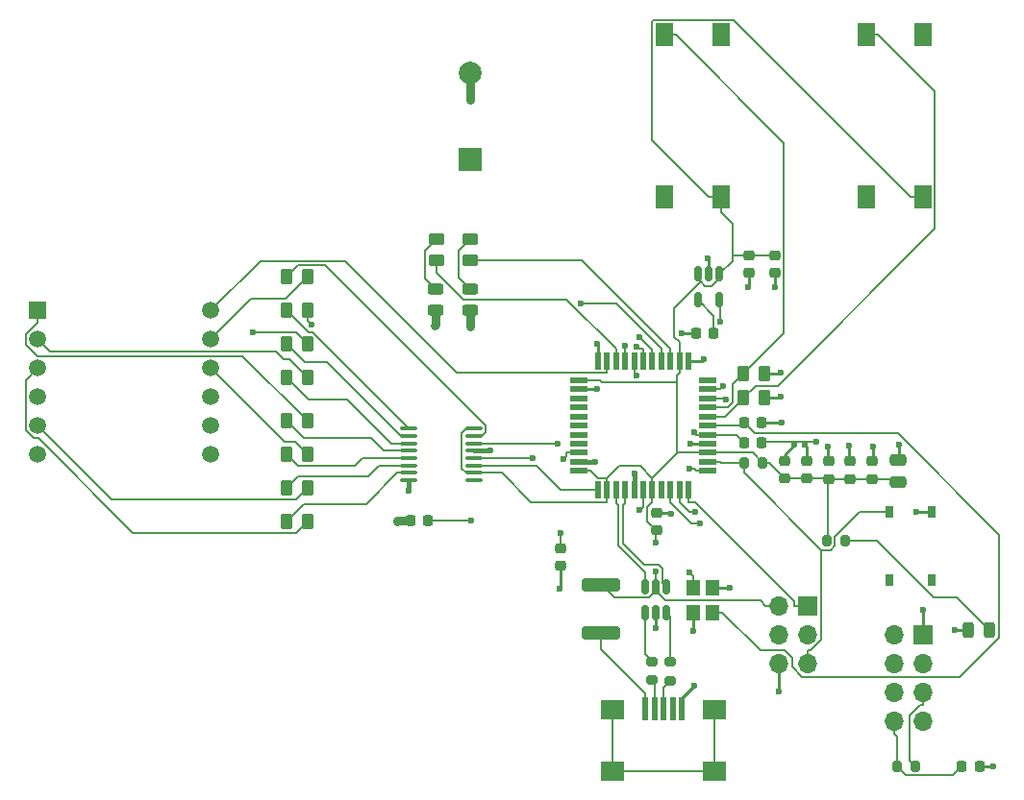
<source format=gbr>
%TF.GenerationSoftware,KiCad,Pcbnew,(7.0.0)*%
%TF.CreationDate,2023-04-20T13:17:43-06:00*%
%TF.ProjectId,Phase_B_ATMEGA_Considine_Final,50686173-655f-4425-9f41-544d4547415f,rev?*%
%TF.SameCoordinates,Original*%
%TF.FileFunction,Copper,L1,Top*%
%TF.FilePolarity,Positive*%
%FSLAX46Y46*%
G04 Gerber Fmt 4.6, Leading zero omitted, Abs format (unit mm)*
G04 Created by KiCad (PCBNEW (7.0.0)) date 2023-04-20 13:17:43*
%MOMM*%
%LPD*%
G01*
G04 APERTURE LIST*
G04 Aperture macros list*
%AMRoundRect*
0 Rectangle with rounded corners*
0 $1 Rounding radius*
0 $2 $3 $4 $5 $6 $7 $8 $9 X,Y pos of 4 corners*
0 Add a 4 corners polygon primitive as box body*
4,1,4,$2,$3,$4,$5,$6,$7,$8,$9,$2,$3,0*
0 Add four circle primitives for the rounded corners*
1,1,$1+$1,$2,$3*
1,1,$1+$1,$4,$5*
1,1,$1+$1,$6,$7*
1,1,$1+$1,$8,$9*
0 Add four rect primitives between the rounded corners*
20,1,$1+$1,$2,$3,$4,$5,0*
20,1,$1+$1,$4,$5,$6,$7,0*
20,1,$1+$1,$6,$7,$8,$9,0*
20,1,$1+$1,$8,$9,$2,$3,0*%
G04 Aperture macros list end*
%TA.AperFunction,SMDPad,CuDef*%
%ADD10RoundRect,0.250000X0.450000X-0.262500X0.450000X0.262500X-0.450000X0.262500X-0.450000X-0.262500X0*%
%TD*%
%TA.AperFunction,ComponentPad*%
%ADD11R,1.700000X1.700000*%
%TD*%
%TA.AperFunction,ComponentPad*%
%ADD12O,1.700000X1.700000*%
%TD*%
%TA.AperFunction,SMDPad,CuDef*%
%ADD13RoundRect,0.225000X0.250000X-0.225000X0.250000X0.225000X-0.250000X0.225000X-0.250000X-0.225000X0*%
%TD*%
%TA.AperFunction,SMDPad,CuDef*%
%ADD14RoundRect,0.200000X-0.200000X-0.275000X0.200000X-0.275000X0.200000X0.275000X-0.200000X0.275000X0*%
%TD*%
%TA.AperFunction,SMDPad,CuDef*%
%ADD15RoundRect,0.250000X-0.262500X-0.450000X0.262500X-0.450000X0.262500X0.450000X-0.262500X0.450000X0*%
%TD*%
%TA.AperFunction,SMDPad,CuDef*%
%ADD16R,0.500000X2.000000*%
%TD*%
%TA.AperFunction,SMDPad,CuDef*%
%ADD17R,2.000000X1.700000*%
%TD*%
%TA.AperFunction,SMDPad,CuDef*%
%ADD18RoundRect,0.150000X-0.150000X0.512500X-0.150000X-0.512500X0.150000X-0.512500X0.150000X0.512500X0*%
%TD*%
%TA.AperFunction,SMDPad,CuDef*%
%ADD19RoundRect,0.250000X1.450000X-0.312500X1.450000X0.312500X-1.450000X0.312500X-1.450000X-0.312500X0*%
%TD*%
%TA.AperFunction,SMDPad,CuDef*%
%ADD20R,0.550000X1.500000*%
%TD*%
%TA.AperFunction,SMDPad,CuDef*%
%ADD21R,1.500000X0.550000*%
%TD*%
%TA.AperFunction,SMDPad,CuDef*%
%ADD22RoundRect,0.243750X0.456250X-0.243750X0.456250X0.243750X-0.456250X0.243750X-0.456250X-0.243750X0*%
%TD*%
%TA.AperFunction,SMDPad,CuDef*%
%ADD23RoundRect,0.225000X-0.225000X-0.250000X0.225000X-0.250000X0.225000X0.250000X-0.225000X0.250000X0*%
%TD*%
%TA.AperFunction,ComponentPad*%
%ADD24R,1.500000X1.500000*%
%TD*%
%TA.AperFunction,ComponentPad*%
%ADD25C,1.500000*%
%TD*%
%TA.AperFunction,SMDPad,CuDef*%
%ADD26RoundRect,0.225000X0.225000X0.250000X-0.225000X0.250000X-0.225000X-0.250000X0.225000X-0.250000X0*%
%TD*%
%TA.AperFunction,SMDPad,CuDef*%
%ADD27RoundRect,0.100000X-0.637500X-0.100000X0.637500X-0.100000X0.637500X0.100000X-0.637500X0.100000X0*%
%TD*%
%TA.AperFunction,SMDPad,CuDef*%
%ADD28R,1.500000X2.000000*%
%TD*%
%TA.AperFunction,SMDPad,CuDef*%
%ADD29RoundRect,0.250000X0.475000X-0.250000X0.475000X0.250000X-0.475000X0.250000X-0.475000X-0.250000X0*%
%TD*%
%TA.AperFunction,ComponentPad*%
%ADD30R,2.000000X2.000000*%
%TD*%
%TA.AperFunction,ComponentPad*%
%ADD31C,2.000000*%
%TD*%
%TA.AperFunction,SMDPad,CuDef*%
%ADD32RoundRect,0.200000X0.200000X0.275000X-0.200000X0.275000X-0.200000X-0.275000X0.200000X-0.275000X0*%
%TD*%
%TA.AperFunction,SMDPad,CuDef*%
%ADD33RoundRect,0.200000X0.275000X-0.200000X0.275000X0.200000X-0.275000X0.200000X-0.275000X-0.200000X0*%
%TD*%
%TA.AperFunction,SMDPad,CuDef*%
%ADD34R,1.200000X1.400000*%
%TD*%
%TA.AperFunction,SMDPad,CuDef*%
%ADD35RoundRect,0.225000X-0.250000X0.225000X-0.250000X-0.225000X0.250000X-0.225000X0.250000X0.225000X0*%
%TD*%
%TA.AperFunction,SMDPad,CuDef*%
%ADD36R,0.700000X1.000000*%
%TD*%
%TA.AperFunction,SMDPad,CuDef*%
%ADD37RoundRect,0.150000X0.150000X-0.512500X0.150000X0.512500X-0.150000X0.512500X-0.150000X-0.512500X0*%
%TD*%
%TA.AperFunction,SMDPad,CuDef*%
%ADD38RoundRect,0.243750X-0.243750X-0.456250X0.243750X-0.456250X0.243750X0.456250X-0.243750X0.456250X0*%
%TD*%
%TA.AperFunction,ViaPad*%
%ADD39C,0.600000*%
%TD*%
%TA.AperFunction,Conductor*%
%ADD40C,0.254000*%
%TD*%
%TA.AperFunction,Conductor*%
%ADD41C,0.200000*%
%TD*%
%TA.AperFunction,Conductor*%
%ADD42C,0.400000*%
%TD*%
%TA.AperFunction,Conductor*%
%ADD43C,0.800000*%
%TD*%
G04 APERTURE END LIST*
D10*
%TO.P,R3,1*%
%TO.N,RED_LED*%
X136750000Y-76865000D03*
%TO.P,R3,2*%
%TO.N,Net-(D1-A)*%
X136750000Y-75040000D03*
%TD*%
D11*
%TO.P,J1,1,MISO*%
%TO.N,MISO*%
X169422499Y-107334999D03*
D12*
%TO.P,J1,2,VCC*%
%TO.N,+5V*%
X166882499Y-107334999D03*
%TO.P,J1,3,SCK*%
%TO.N,SCK*%
X169422499Y-109874999D03*
%TO.P,J1,4,MOSI*%
%TO.N,MOSI*%
X166882499Y-109874999D03*
%TO.P,J1,5,~{RST}*%
%TO.N,RST*%
X169422499Y-112414999D03*
%TO.P,J1,6,GND*%
%TO.N,GND*%
X166882499Y-112414999D03*
%TD*%
D13*
%TO.P,C13,1*%
%TO.N,+5V*%
X175108300Y-96132900D03*
%TO.P,C13,2*%
%TO.N,GND*%
X175108300Y-94582900D03*
%TD*%
%TO.P,C5,1*%
%TO.N,+5V*%
X167368100Y-96088900D03*
%TO.P,C5,2*%
%TO.N,GND*%
X167368100Y-94538900D03*
%TD*%
D14*
%TO.P,R17,1*%
%TO.N,+3.3V*%
X177290400Y-121500500D03*
%TO.P,R17,2*%
%TO.N,Net-(J3-Pin_5)*%
X178940400Y-121500500D03*
%TD*%
D15*
%TO.P,R1,1*%
%TO.N,Button_1*%
X163751300Y-86862800D03*
%TO.P,R1,2*%
%TO.N,GND*%
X165576300Y-86862800D03*
%TD*%
D16*
%TO.P,MicroUSB,1,VBUS*%
%TO.N,Net-(J2-VBUS)*%
X155122499Y-116369999D03*
%TO.P,MicroUSB,2,D-*%
%TO.N,Net-(J2-D-)*%
X155922499Y-116369999D03*
%TO.P,MicroUSB,3,D+*%
%TO.N,Net-(J2-D+)*%
X156722499Y-116369999D03*
%TO.P,MicroUSB,4,ID*%
%TO.N,unconnected-(J2-ID-Pad4)*%
X157522499Y-116369999D03*
%TO.P,MicroUSB,5,GND*%
%TO.N,GND*%
X158322499Y-116369999D03*
D17*
%TO.P,MicroUSB,6,Shield*%
%TO.N,unconnected-(J2-Shield-Pad6)*%
X152272499Y-116469999D03*
X152272499Y-121919999D03*
X161172499Y-116469999D03*
X161172499Y-121919999D03*
%TD*%
D18*
%TO.P,U5,1,VIN*%
%TO.N,+5V*%
X161633100Y-78092000D03*
%TO.P,U5,2,GND*%
%TO.N,GND*%
X160683100Y-78092000D03*
%TO.P,U5,3,ON/~{OFF}*%
%TO.N,+5V*%
X159733100Y-78092000D03*
%TO.P,U5,4,BP*%
%TO.N,Net-(U5-BP)*%
X159733100Y-80367000D03*
%TO.P,U5,5,VOUT*%
%TO.N,+3.3V*%
X161633100Y-80367000D03*
%TD*%
D15*
%TO.P,R6,1*%
%TO.N,b*%
X123547500Y-81280000D03*
%TO.P,R6,2*%
%TO.N,Net-(U1-b)*%
X125372500Y-81280000D03*
%TD*%
D19*
%TO.P,F1,1*%
%TO.N,Net-(J2-VBUS)*%
X151188400Y-109718100D03*
%TO.P,F1,2*%
%TO.N,+5V*%
X151188400Y-105443100D03*
%TD*%
D20*
%TO.P,MPU,1,PE6*%
%TO.N,SH_CP*%
X150939999Y-97139999D03*
%TO.P,MPU,2,UVCC*%
%TO.N,+5V*%
X151739999Y-97139999D03*
%TO.P,MPU,3,D-*%
%TO.N,USB_D-*%
X152539999Y-97139999D03*
%TO.P,MPU,4,D+*%
%TO.N,USB_D+*%
X153339999Y-97139999D03*
%TO.P,MPU,5,UGND*%
%TO.N,GND*%
X154139999Y-97139999D03*
%TO.P,MPU,6,UCAP*%
%TO.N,/UCAP*%
X154939999Y-97139999D03*
%TO.P,MPU,7,VBUS*%
%TO.N,+5V*%
X155739999Y-97139999D03*
%TO.P,MPU,8,PB0*%
%TO.N,unconnected-(U3-PB0-Pad8)*%
X156539999Y-97139999D03*
%TO.P,MPU,9,PB1*%
%TO.N,SCK*%
X157339999Y-97139999D03*
%TO.P,MPU,10,PB2*%
%TO.N,MOSI*%
X158139999Y-97139999D03*
%TO.P,MPU,11,PB3*%
%TO.N,MISO*%
X158939999Y-97139999D03*
D21*
%TO.P,MPU,12,PB7*%
%TO.N,Dig3*%
X160639999Y-95439999D03*
%TO.P,MPU,13,~{RESET}*%
%TO.N,RST*%
X160639999Y-94639999D03*
%TO.P,MPU,14,VCC*%
%TO.N,+5V*%
X160639999Y-93839999D03*
%TO.P,MPU,15,GND*%
%TO.N,GND*%
X160639999Y-93039999D03*
%TO.P,MPU,16,XTAL2*%
%TO.N,XTAL2*%
X160639999Y-92239999D03*
%TO.P,MPU,17,XTAL1*%
%TO.N,XTAL1*%
X160639999Y-91439999D03*
%TO.P,MPU,18,PD0*%
%TO.N,Button_2*%
X160639999Y-90639999D03*
%TO.P,MPU,19,PD1*%
%TO.N,Button_1*%
X160639999Y-89839999D03*
%TO.P,MPU,20,PD2*%
%TO.N,TX*%
X160639999Y-89039999D03*
%TO.P,MPU,21,PD3*%
%TO.N,RX*%
X160639999Y-88239999D03*
%TO.P,MPU,22,PD5*%
%TO.N,unconnected-(U3-PD5-Pad22)*%
X160639999Y-87439999D03*
D20*
%TO.P,MPU,23,GND*%
%TO.N,GND*%
X158939999Y-85739999D03*
%TO.P,MPU,24,AVCC*%
%TO.N,+5V*%
X158139999Y-85739999D03*
%TO.P,MPU,25,PD4*%
%TO.N,GREEN_LED*%
X157339999Y-85739999D03*
%TO.P,MPU,26,PD6*%
%TO.N,Dig2*%
X156539999Y-85739999D03*
%TO.P,MPU,27,PD7*%
%TO.N,Buzzer*%
X155739999Y-85739999D03*
%TO.P,MPU,28,PB4*%
%TO.N,ST_CP*%
X154939999Y-85739999D03*
%TO.P,MPU,29,PB5*%
%TO.N,DS*%
X154139999Y-85739999D03*
%TO.P,MPU,30,PB6*%
%TO.N,Dig4*%
X153339999Y-85739999D03*
%TO.P,MPU,31,PC6*%
%TO.N,RED_LED*%
X152539999Y-85739999D03*
%TO.P,MPU,32,PC7*%
%TO.N,Dig1*%
X151739999Y-85739999D03*
%TO.P,MPU,33,~{HWB}/PE2*%
%TO.N,GND*%
X150939999Y-85739999D03*
D21*
%TO.P,MPU,34,VCC*%
%TO.N,+5V*%
X149239999Y-87439999D03*
%TO.P,MPU,35,GND*%
%TO.N,GND*%
X149239999Y-88239999D03*
%TO.P,MPU,36,PF7*%
%TO.N,unconnected-(U3-PF7-Pad36)*%
X149239999Y-89039999D03*
%TO.P,MPU,37,PF6*%
%TO.N,unconnected-(U3-PF6-Pad37)*%
X149239999Y-89839999D03*
%TO.P,MPU,38,PF5*%
%TO.N,unconnected-(U3-PF5-Pad38)*%
X149239999Y-90639999D03*
%TO.P,MPU,39,PF4*%
%TO.N,unconnected-(U3-PF4-Pad39)*%
X149239999Y-91439999D03*
%TO.P,MPU,40,PF1*%
%TO.N,unconnected-(U3-PF1-Pad40)*%
X149239999Y-92239999D03*
%TO.P,MPU,41,PF0*%
%TO.N,unconnected-(U3-PF0-Pad41)*%
X149239999Y-93039999D03*
%TO.P,MPU,42,AREF*%
%TO.N,/AREF*%
X149239999Y-93839999D03*
%TO.P,MPU,43,GND*%
%TO.N,GND*%
X149239999Y-94639999D03*
%TO.P,MPU,44,AVCC*%
%TO.N,+5V*%
X149239999Y-95439999D03*
%TD*%
D22*
%TO.P,D1,1,K*%
%TO.N,GND*%
X136660000Y-81280000D03*
%TO.P,D1,2,A*%
%TO.N,Net-(D1-A)*%
X136660000Y-79405000D03*
%TD*%
D23*
%TO.P,C3,1*%
%TO.N,XTAL2*%
X163839300Y-92919800D03*
%TO.P,C3,2*%
%TO.N,GND*%
X165389300Y-92919800D03*
%TD*%
D24*
%TO.P,U1,1,e*%
%TO.N,Net-(U1-e)*%
X101599999Y-81279999D03*
D25*
%TO.P,U1,2,d*%
%TO.N,Net-(U1-d)*%
X101600000Y-83820000D03*
%TO.P,U1,3,DPX*%
%TO.N,Net-(U1-DPX)*%
X101600000Y-86360000D03*
%TO.P,U1,4,c*%
%TO.N,Net-(U1-c)*%
X101600000Y-88900000D03*
%TO.P,U1,5,g*%
%TO.N,Net-(U1-g)*%
X101600000Y-91440000D03*
%TO.P,U1,6,CA4*%
%TO.N,Dig4*%
X101600000Y-93980000D03*
%TO.P,U1,7,b*%
%TO.N,Net-(U1-b)*%
X116840000Y-93980000D03*
%TO.P,U1,8,CA3*%
%TO.N,Dig3*%
X116840000Y-91440000D03*
%TO.P,U1,9,CA2*%
%TO.N,Dig2*%
X116840000Y-88900000D03*
%TO.P,U1,10,f*%
%TO.N,Net-(U1-f)*%
X116840000Y-86360000D03*
%TO.P,U1,11,a*%
%TO.N,Net-(U1-a)*%
X116840000Y-83820000D03*
%TO.P,U1,12,CA1*%
%TO.N,Dig1*%
X116840000Y-81280000D03*
%TD*%
D26*
%TO.P,C15,1*%
%TO.N,Net-(U5-BP)*%
X161116200Y-83299800D03*
%TO.P,C15,2*%
%TO.N,GND*%
X159566200Y-83299800D03*
%TD*%
D27*
%TO.P,U2,1,QB*%
%TO.N,b*%
X134297500Y-91705000D03*
%TO.P,U2,2,QC*%
%TO.N,c*%
X134297500Y-92355000D03*
%TO.P,U2,3,QD*%
%TO.N,d*%
X134297500Y-93005000D03*
%TO.P,U2,4,QE*%
%TO.N,e*%
X134297500Y-93655000D03*
%TO.P,U2,5,QF*%
%TO.N,f*%
X134297500Y-94305000D03*
%TO.P,U2,6,QG*%
%TO.N,g*%
X134297500Y-94955000D03*
%TO.P,U2,7,QH*%
%TO.N,dp*%
X134297500Y-95605000D03*
%TO.P,U2,8,GND*%
%TO.N,GND*%
X134297500Y-96255000D03*
%TO.P,U2,9,QH'*%
%TO.N,unconnected-(U2-QH'-Pad9)*%
X140022500Y-96255000D03*
%TO.P,U2,10,~{SRCLR}*%
%TO.N,+5V*%
X140022500Y-95605000D03*
%TO.P,U2,11,SRCLK*%
%TO.N,SH_CP*%
X140022500Y-94955000D03*
%TO.P,U2,12,RCLK*%
%TO.N,ST_CP*%
X140022500Y-94305000D03*
%TO.P,U2,13,~{OE}*%
%TO.N,GND*%
X140022500Y-93655000D03*
%TO.P,U2,14,SER*%
%TO.N,DS*%
X140022500Y-93005000D03*
%TO.P,U2,15,QA*%
%TO.N,a*%
X140022500Y-92355000D03*
%TO.P,U2,16,VCC*%
%TO.N,+5V*%
X140022500Y-91705000D03*
%TD*%
D28*
%TO.P,Increment,A1,NO_1*%
%TO.N,unconnected-(S2-NO_1-PadA1)*%
X174542499Y-71304999D03*
%TO.P,Increment,B1,NO_2*%
%TO.N,Button_2*%
X174542499Y-57004999D03*
%TO.P,Increment,C1,COM_1*%
%TO.N,+5V*%
X179542499Y-71304999D03*
%TO.P,Increment,D1,COM_2*%
%TO.N,unconnected-(S2-COM_2-PadD1)*%
X179542499Y-57004999D03*
%TD*%
D13*
%TO.P,C1,1*%
%TO.N,+5V*%
X171241100Y-96132900D03*
%TO.P,C1,2*%
%TO.N,GND*%
X171241100Y-94582900D03*
%TD*%
D14*
%TO.P,R16,1*%
%TO.N,+5V*%
X171070000Y-101600000D03*
%TO.P,R16,2*%
%TO.N,Net-(D3-A)*%
X172720000Y-101600000D03*
%TD*%
D26*
%TO.P,C12,1*%
%TO.N,/AREF*%
X135967800Y-99840800D03*
%TO.P,C12,2*%
%TO.N,GND*%
X134417800Y-99840800D03*
%TD*%
D29*
%TO.P,C8,1*%
%TO.N,+5V*%
X177405100Y-96409200D03*
%TO.P,C8,2*%
%TO.N,GND*%
X177405100Y-94509200D03*
%TD*%
D15*
%TO.P,R11,1*%
%TO.N,g*%
X123547500Y-96930000D03*
%TO.P,R11,2*%
%TO.N,Net-(U1-g)*%
X125372500Y-96930000D03*
%TD*%
%TO.P,R12,1*%
%TO.N,dp*%
X123547500Y-99880000D03*
%TO.P,R12,2*%
%TO.N,Net-(U1-DPX)*%
X125372500Y-99880000D03*
%TD*%
D30*
%TO.P,Buzzer,1,1*%
%TO.N,Buzzer*%
X139699999Y-67954999D03*
D31*
%TO.P,Buzzer,2,2*%
%TO.N,GND*%
X139700000Y-60355000D03*
%TD*%
D32*
%TO.P,R13,1*%
%TO.N,+5V*%
X165446000Y-94727200D03*
%TO.P,R13,2*%
%TO.N,RST*%
X163796000Y-94727200D03*
%TD*%
D22*
%TO.P,D2,1,K*%
%TO.N,GND*%
X139700000Y-81280000D03*
%TO.P,D2,2,A*%
%TO.N,Net-(D2-A)*%
X139700000Y-79405000D03*
%TD*%
D33*
%TO.P,R14,1*%
%TO.N,Net-(J2-D+)*%
X157346114Y-113928807D03*
%TO.P,R14,2*%
%TO.N,USB_CONN_D+*%
X157346114Y-112278807D03*
%TD*%
D15*
%TO.P,R2,1*%
%TO.N,Button_2*%
X163754900Y-88990300D03*
%TO.P,R2,2*%
%TO.N,GND*%
X165579900Y-88990300D03*
%TD*%
D13*
%TO.P,C6,1*%
%TO.N,+5V*%
X173142200Y-96132900D03*
%TO.P,C6,2*%
%TO.N,GND*%
X173142200Y-94582900D03*
%TD*%
D23*
%TO.P,C14,1*%
%TO.N,+3.3V*%
X183002700Y-121500500D03*
%TO.P,C14,2*%
%TO.N,GND*%
X184552700Y-121500500D03*
%TD*%
D34*
%TO.P,Y1,1,1*%
%TO.N,XTAL1*%
X161016999Y-107917599D03*
%TO.P,Y1,2,2*%
%TO.N,GND*%
X161016999Y-105717599D03*
%TO.P,Y1,3,3*%
%TO.N,XTAL2*%
X159316999Y-105717599D03*
%TO.P,Y1,4,4*%
%TO.N,GND*%
X159316999Y-107917599D03*
%TD*%
D15*
%TO.P,R5,1*%
%TO.N,a*%
X123547500Y-78330000D03*
%TO.P,R5,2*%
%TO.N,Net-(U1-a)*%
X125372500Y-78330000D03*
%TD*%
D10*
%TO.P,R4,1*%
%TO.N,GREEN_LED*%
X139700000Y-76865000D03*
%TO.P,R4,2*%
%TO.N,Net-(D2-A)*%
X139700000Y-75040000D03*
%TD*%
D15*
%TO.P,R10,1*%
%TO.N,f*%
X123547500Y-93980000D03*
%TO.P,R10,2*%
%TO.N,Net-(U1-f)*%
X125372500Y-93980000D03*
%TD*%
D26*
%TO.P,C2,1*%
%TO.N,GND*%
X165386900Y-91194000D03*
%TO.P,C2,2*%
%TO.N,XTAL1*%
X163836900Y-91194000D03*
%TD*%
D35*
%TO.P,C9,2*%
%TO.N,GND*%
X147655170Y-103781111D03*
%TO.P,C9,1*%
%TO.N,/UCAP*%
X147655170Y-102231111D03*
%TD*%
D36*
%TO.P,RST,1*%
%TO.N,GND*%
X180339999Y-99059999D03*
%TO.P,RST,2*%
%TO.N,N/C*%
X180339999Y-105059999D03*
%TO.P,RST,3*%
%TO.N,RST*%
X176639999Y-99059999D03*
%TO.P,RST,4*%
%TO.N,N/C*%
X176639999Y-105059999D03*
%TD*%
D35*
%TO.P,C11,1*%
%TO.N,+5V*%
X164217200Y-76450500D03*
%TO.P,C11,2*%
%TO.N,GND*%
X164217200Y-78000500D03*
%TD*%
D13*
%TO.P,C4,1*%
%TO.N,+5V*%
X169307100Y-96109500D03*
%TO.P,C4,2*%
%TO.N,GND*%
X169307100Y-94559500D03*
%TD*%
%TO.P,C10,1*%
%TO.N,+5V*%
X156102800Y-100679700D03*
%TO.P,C10,2*%
%TO.N,GND*%
X156102800Y-99129700D03*
%TD*%
D37*
%TO.P,U4,1,I/O1*%
%TO.N,USB_CONN_D-*%
X155066800Y-107914400D03*
%TO.P,U4,2,GND*%
%TO.N,GND*%
X156016800Y-107914400D03*
%TO.P,U4,3,I/O2*%
%TO.N,USB_CONN_D+*%
X156966800Y-107914400D03*
%TO.P,U4,4,I/O2*%
%TO.N,USB_D+*%
X156966800Y-105639400D03*
%TO.P,U4,5,VBUS*%
%TO.N,+5V*%
X156016800Y-105639400D03*
%TO.P,U4,6,I/O1*%
%TO.N,USB_D-*%
X155066800Y-105639400D03*
%TD*%
D15*
%TO.P,R9,1*%
%TO.N,e*%
X123547500Y-91030000D03*
%TO.P,R9,2*%
%TO.N,Net-(U1-e)*%
X125372500Y-91030000D03*
%TD*%
%TO.P,R7,1*%
%TO.N,c*%
X123547500Y-84230000D03*
%TO.P,R7,2*%
%TO.N,Net-(U1-c)*%
X125372500Y-84230000D03*
%TD*%
D35*
%TO.P,C7,1*%
%TO.N,+5V*%
X166537800Y-76436700D03*
%TO.P,C7,2*%
%TO.N,GND*%
X166537800Y-77986700D03*
%TD*%
D15*
%TO.P,R8,1*%
%TO.N,d*%
X123547500Y-87180000D03*
%TO.P,R8,2*%
%TO.N,Net-(U1-d)*%
X125372500Y-87180000D03*
%TD*%
D11*
%TO.P,J3,1,Pin_1*%
%TO.N,GND*%
X179582499Y-109874999D03*
D12*
%TO.P,J3,2,Pin_2*%
%TO.N,TX*%
X177042499Y-109874999D03*
%TO.P,J3,3,Pin_3*%
%TO.N,unconnected-(J3-Pin_3-Pad3)*%
X179582499Y-112414999D03*
%TO.P,J3,4,Pin_4*%
%TO.N,+3.3V*%
X177042499Y-112414999D03*
%TO.P,J3,5,Pin_5*%
%TO.N,Net-(J3-Pin_5)*%
X179582499Y-114954999D03*
%TO.P,J3,6,Pin_6*%
%TO.N,+3.3V*%
X177042499Y-114954999D03*
%TO.P,J3,7,Pin_7*%
%TO.N,RX*%
X179582499Y-117494999D03*
%TO.P,J3,8,Pin_8*%
%TO.N,+3.3V*%
X177042499Y-117494999D03*
%TD*%
D38*
%TO.P,D3,1,K*%
%TO.N,GND*%
X183542100Y-109439900D03*
%TO.P,D3,2,A*%
%TO.N,Net-(D3-A)*%
X185417100Y-109439900D03*
%TD*%
D33*
%TO.P,R15,1*%
%TO.N,Net-(J2-D-)*%
X155706013Y-113902172D03*
%TO.P,R15,2*%
%TO.N,USB_CONN_D-*%
X155706013Y-112252172D03*
%TD*%
D28*
%TO.P,Start/Stop,D1,COM_2*%
%TO.N,unconnected-(S1-COM_2-PadD1)*%
X161762499Y-57004999D03*
%TO.P,Start/Stop,C1,COM_1*%
%TO.N,+5V*%
X161762499Y-71304999D03*
%TO.P,Start/Stop,B1,NO_2*%
%TO.N,Button_1*%
X156762499Y-57004999D03*
%TO.P,Start/Stop,A1,NO_1*%
%TO.N,unconnected-(S1-NO_1-PadA1)*%
X156762499Y-71304999D03*
%TD*%
D39*
%TO.N,GND*%
X170206589Y-92847026D03*
%TO.N,/UCAP*%
X154588380Y-98922284D03*
X147691233Y-100950856D03*
%TO.N,+5V*%
X156068181Y-101776190D03*
X156006171Y-104309969D03*
%TO.N,GND*%
X150867000Y-88202100D03*
X147583043Y-105819430D03*
X177464000Y-93154000D03*
X159311000Y-109511000D03*
X168236201Y-93159004D03*
X134257000Y-97216800D03*
X167048000Y-88912400D03*
X159430000Y-114378000D03*
X136530000Y-82662300D03*
X155999000Y-109266000D03*
X178973000Y-99031800D03*
X159126000Y-93056600D03*
X162577000Y-105722000D03*
X171189000Y-93254000D03*
X166562000Y-79237500D03*
X173093000Y-93197700D03*
X167110000Y-91180900D03*
X133272000Y-99872000D03*
X150674000Y-94681800D03*
X141500000Y-93658600D03*
X166853000Y-114890000D03*
X185798000Y-121486000D03*
X164196000Y-79217200D03*
X139695000Y-82691700D03*
X157421000Y-99233100D03*
X158311000Y-83274000D03*
X160650000Y-76705000D03*
X182387000Y-109448000D03*
X167048000Y-86766900D03*
X175155000Y-93276600D03*
X154219000Y-95643200D03*
X150893000Y-84248100D03*
X139700000Y-62693300D03*
X169184000Y-93152600D03*
X160282000Y-85585600D03*
X179548000Y-107666000D03*
%TO.N,XTAL2*%
X159007600Y-104387800D03*
X159385800Y-92035900D03*
%TO.N,/AREF*%
X139748800Y-99840800D03*
X147934700Y-94373500D03*
%TO.N,+3.3V*%
X161754300Y-82307700D03*
%TO.N,SCK*%
X159907300Y-100062200D03*
%TO.N,MOSI*%
X159500800Y-99038100D03*
%TO.N,TX*%
X162197400Y-89183400D03*
%TO.N,RX*%
X161958400Y-87931200D03*
%TO.N,Buzzer*%
X154591300Y-83675300D03*
%TO.N,Net-(U1-b)*%
X125703400Y-82498300D03*
%TO.N,Net-(U1-c)*%
X120597500Y-83219200D03*
%TO.N,Dig4*%
X153340000Y-84397900D03*
%TO.N,Dig3*%
X158983300Y-95261900D03*
%TO.N,Dig2*%
X149468000Y-80692900D03*
%TO.N,ST_CP*%
X154374100Y-84484400D03*
X145172000Y-94305000D03*
%TO.N,DS*%
X154359300Y-87009400D03*
X147394000Y-93005000D03*
%TD*%
D40*
%TO.N,GND*%
X167368000Y-94027205D02*
X167368000Y-94538900D01*
X168236201Y-93159004D02*
X167368000Y-94027205D01*
D41*
X165462074Y-92847026D02*
X170206589Y-92847026D01*
X165389300Y-92919800D02*
X165462074Y-92847026D01*
%TO.N,USB_D-*%
X152715000Y-98440001D02*
X152540000Y-98265001D01*
X152715000Y-102023997D02*
X152715000Y-98440001D01*
X152540000Y-98265001D02*
X152540000Y-97140000D01*
X155066800Y-105639400D02*
X155066800Y-104375797D01*
%TO.N,USB_D+*%
X153340000Y-98265001D02*
X153340000Y-97140000D01*
X156616800Y-104072069D02*
X156254700Y-103709969D01*
X153165000Y-101837600D02*
X153165000Y-98440001D01*
X156616800Y-105289400D02*
X156616800Y-104072069D01*
X156254700Y-103709969D02*
X155037369Y-103709969D01*
X155037369Y-103709969D02*
X153165000Y-101837600D01*
%TO.N,USB_D-*%
X155066800Y-104375797D02*
X152715000Y-102023997D01*
%TO.N,USB_D+*%
X153165000Y-98440001D02*
X153340000Y-98265001D01*
X156966800Y-105639400D02*
X156616800Y-105289400D01*
%TO.N,/UCAP*%
X154899300Y-97180700D02*
X154940000Y-97140000D01*
X154899300Y-98611364D02*
X154899300Y-97180700D01*
X154588380Y-98922284D02*
X154899300Y-98611364D01*
X147655170Y-100986919D02*
X147691233Y-100950856D01*
X147655170Y-102231111D02*
X147655170Y-100986919D01*
D40*
%TO.N,GND*%
X147619043Y-103817238D02*
X147655170Y-103781111D01*
X147619043Y-105783430D02*
X147619043Y-103817238D01*
X147583043Y-105819430D02*
X147619043Y-105783430D01*
D41*
%TO.N,+5V*%
X156068181Y-101776190D02*
X156068181Y-100714319D01*
X156068181Y-100714319D02*
X156102800Y-100679700D01*
X156016800Y-104320598D02*
X156006171Y-104309969D01*
X156016800Y-105639400D02*
X156016800Y-104320598D01*
%TO.N,USB_CONN_D+*%
X157346114Y-112278807D02*
X157346114Y-108293714D01*
X157346114Y-108293714D02*
X156966800Y-107914400D01*
%TO.N,USB_CONN_D-*%
X155066800Y-111612959D02*
X155066800Y-107914400D01*
X155706013Y-112252172D02*
X155066800Y-111612959D01*
%TO.N,Net-(J2-D+)*%
X156722500Y-114552421D02*
X157346114Y-113928807D01*
X156722500Y-116370000D02*
X156722500Y-114552421D01*
%TO.N,Net-(J2-D-)*%
X155922500Y-114118659D02*
X155706013Y-113902172D01*
X155922500Y-116370000D02*
X155922500Y-114118659D01*
%TO.N,+5V*%
X164231000Y-76436700D02*
X166537800Y-76436700D01*
X156016800Y-106004900D02*
X156870400Y-106858500D01*
X155712300Y-55823600D02*
X155831100Y-55704800D01*
X157915200Y-93914700D02*
X157915200Y-93840000D01*
X140022500Y-95605000D02*
X139341400Y-95605000D01*
X159733100Y-78092000D02*
X159733100Y-78478300D01*
X171206000Y-96109500D02*
X171229400Y-96132900D01*
X151151400Y-87440000D02*
X149240000Y-87440000D01*
X154651800Y-95001700D02*
X155740000Y-96089900D01*
X158140000Y-85740000D02*
X158140000Y-86790100D01*
X173142200Y-96132900D02*
X175108300Y-96132900D01*
X161633100Y-78092000D02*
X162782000Y-76943100D01*
X160004500Y-78749700D02*
X157686400Y-81067800D01*
X169307100Y-96109500D02*
X171206000Y-96109500D01*
X155740000Y-97140000D02*
X155740000Y-98190100D01*
X156016800Y-106004900D02*
X156016800Y-105639400D01*
X157686400Y-83645400D02*
X158140000Y-84099000D01*
X151740000Y-97140000D02*
X151740000Y-98190100D01*
X159733100Y-78478300D02*
X160004500Y-78749700D01*
X151740000Y-98190100D02*
X145072200Y-98190100D01*
X155740000Y-97140000D02*
X155740000Y-96089900D01*
X165255900Y-106858500D02*
X165732400Y-107335000D01*
X151740000Y-96089900D02*
X152828200Y-95001700D01*
X161762500Y-71305000D02*
X160712400Y-71305000D01*
X161633100Y-78467900D02*
X161633100Y-78092000D01*
X160365800Y-79111000D02*
X160990000Y-79111000D01*
X155740000Y-96089900D02*
X157915200Y-93914700D01*
X151740000Y-97140000D02*
X151740000Y-96089900D01*
X164217200Y-76450500D02*
X164231000Y-76436700D01*
X171229400Y-101440600D02*
X171070000Y-101600000D01*
X151188400Y-105443100D02*
X152359200Y-106613900D01*
X162892200Y-55704800D02*
X178492400Y-71305000D01*
X167388700Y-96109500D02*
X167368100Y-96088900D01*
X156870400Y-106858500D02*
X165255900Y-106858500D01*
X156102800Y-100679700D02*
X156016800Y-100765700D01*
X152359200Y-106613900D02*
X155407800Y-106613900D01*
X151321000Y-87609600D02*
X151151400Y-87440000D01*
X166882500Y-107335000D02*
X165732400Y-107335000D01*
X155712300Y-66304900D02*
X155712300Y-55823600D01*
X152828200Y-95001700D02*
X154651800Y-95001700D01*
X160990000Y-79111000D02*
X161633100Y-78467900D01*
X160004500Y-78749700D02*
X160365800Y-79111000D01*
X157686400Y-81067800D02*
X157686400Y-83645400D01*
X157915200Y-93840000D02*
X157915200Y-87609600D01*
X138955200Y-92104700D02*
X139354900Y-91705000D01*
X165446000Y-94727200D02*
X164558800Y-93840000D01*
X155831100Y-55704800D02*
X162892200Y-55704800D01*
X155299300Y-98630800D02*
X155740000Y-98190100D01*
X171241100Y-96132900D02*
X171229400Y-96132900D01*
X150290100Y-95440000D02*
X150940000Y-96089900D01*
X164558800Y-93840000D02*
X160640000Y-93840000D01*
X157915200Y-93840000D02*
X160640000Y-93840000D01*
X169307100Y-96109500D02*
X167388700Y-96109500D01*
X157915200Y-87609600D02*
X151321000Y-87609600D01*
X162782000Y-76450500D02*
X162782000Y-73624600D01*
X155407800Y-106613900D02*
X156016800Y-106004900D01*
X177128800Y-96132900D02*
X177405100Y-96409200D01*
X171229400Y-96132900D02*
X171229400Y-101440600D01*
X139341400Y-95605000D02*
X138955200Y-95218800D01*
X158140000Y-84099000D02*
X158140000Y-85740000D01*
X156102800Y-100679700D02*
X155299300Y-99876200D01*
X145072200Y-98190100D02*
X142487100Y-95605000D01*
X155299300Y-99876200D02*
X155299300Y-98630800D01*
X166006400Y-94727200D02*
X167368100Y-96088900D01*
X142487100Y-95605000D02*
X140022500Y-95605000D01*
X149240000Y-95440000D02*
X150290100Y-95440000D01*
X171241100Y-96132900D02*
X173142200Y-96132900D01*
X161762500Y-71305000D02*
X161762500Y-72605100D01*
X162782000Y-73624600D02*
X161762500Y-72605100D01*
X162782000Y-76450500D02*
X164217200Y-76450500D01*
X160712400Y-71305000D02*
X155712300Y-66304900D01*
X157915200Y-87014900D02*
X157915200Y-87609600D01*
X138955200Y-95218800D02*
X138955200Y-92104700D01*
X158140000Y-86790100D02*
X157915200Y-87014900D01*
X150940000Y-96089900D02*
X151740000Y-96089900D01*
X175108300Y-96132900D02*
X177128800Y-96132900D01*
X179542500Y-71305000D02*
X178492400Y-71305000D01*
X162782000Y-76943100D02*
X162782000Y-76450500D01*
X139354900Y-91705000D02*
X140022500Y-91705000D01*
X165446000Y-94727200D02*
X166006400Y-94727200D01*
D40*
%TO.N,GND*%
X182395000Y-109440000D02*
X182387000Y-109448000D01*
X160683000Y-76738300D02*
X160650000Y-76705000D01*
X166882000Y-112415000D02*
X166882000Y-114861000D01*
X173093000Y-94534000D02*
X173142000Y-94582900D01*
D42*
X154140000Y-95722200D02*
X154219000Y-95643200D01*
X134298000Y-97176200D02*
X134257000Y-97216800D01*
X140022500Y-93655000D02*
X141496000Y-93655000D01*
D40*
X179582000Y-107701000D02*
X179548000Y-107666000D01*
X160128000Y-85740000D02*
X160282000Y-85585600D01*
X158940000Y-85740000D02*
X160128000Y-85740000D01*
X166538000Y-79213400D02*
X166562000Y-79237500D01*
X165387000Y-91194000D02*
X167097000Y-91194000D01*
X159317000Y-107918000D02*
X159317000Y-109505000D01*
X149240000Y-88240000D02*
X150829000Y-88240000D01*
X169307000Y-93276100D02*
X169184000Y-93152600D01*
X164217000Y-78000500D02*
X164217000Y-79196400D01*
X150940000Y-84295600D02*
X150893000Y-84248100D01*
X171189000Y-93254000D02*
X171189000Y-94531000D01*
X150940000Y-85740000D02*
X150940000Y-84295600D01*
X156017000Y-109249000D02*
X155999000Y-109266000D01*
X157318000Y-99129700D02*
X157421000Y-99233100D01*
X156103000Y-99129700D02*
X157318000Y-99129700D01*
X179582000Y-109875000D02*
X179582000Y-107701000D01*
D43*
X139700000Y-60355000D02*
X139700000Y-62693300D01*
X139700000Y-81280000D02*
X139700000Y-82686800D01*
D40*
X159143000Y-93040000D02*
X159126000Y-93056600D01*
D42*
X141496000Y-93655000D02*
X141500000Y-93658600D01*
D40*
X180312000Y-99031800D02*
X180340000Y-99060000D01*
X178973000Y-99031800D02*
X180312000Y-99031800D01*
X183542000Y-109440000D02*
X182395000Y-109440000D01*
D43*
X136660000Y-82532200D02*
X136530000Y-82662300D01*
D42*
X150632000Y-94640000D02*
X150674000Y-94681800D01*
D40*
X175155000Y-94535900D02*
X175108000Y-94582900D01*
X160640000Y-93040000D02*
X159143000Y-93040000D01*
X156017000Y-107914000D02*
X156017000Y-109249000D01*
X158322000Y-115485000D02*
X159430000Y-114378000D01*
X159566000Y-83299800D02*
X158337000Y-83299800D01*
X165580000Y-88990300D02*
X166970000Y-88990300D01*
X173093000Y-93197700D02*
X173093000Y-94534000D01*
X185783000Y-121500000D02*
X185798000Y-121486000D01*
D42*
X149240000Y-94640000D02*
X150632000Y-94640000D01*
D40*
X166952100Y-86862800D02*
X167048000Y-86766900D01*
X166882000Y-114861000D02*
X166853000Y-114890000D01*
X166538000Y-77986700D02*
X166538000Y-79213400D01*
X160683000Y-78092000D02*
X160683000Y-76738300D01*
D42*
X154140000Y-97140000D02*
X154140000Y-95722200D01*
D40*
X158337000Y-83299800D02*
X158311000Y-83274000D01*
X167097000Y-91194000D02*
X167110000Y-91180900D01*
X177464000Y-93154000D02*
X177464000Y-94449800D01*
X171189000Y-94531000D02*
X171241000Y-94582900D01*
X184553000Y-121500000D02*
X185783000Y-121500000D01*
X165576300Y-86862800D02*
X166952100Y-86862800D01*
D43*
X136660000Y-81280000D02*
X136660000Y-82532200D01*
D40*
X158322000Y-116370000D02*
X158322000Y-115485000D01*
X162572000Y-105718000D02*
X162577000Y-105722000D01*
X161017000Y-105718000D02*
X162572000Y-105718000D01*
D43*
X139700000Y-82686800D02*
X139695000Y-82691700D01*
D40*
X159317000Y-109505000D02*
X159311000Y-109511000D01*
X166970000Y-88990300D02*
X167048000Y-88912400D01*
X150829000Y-88240000D02*
X150867000Y-88202100D01*
X177464000Y-94449800D02*
X177405000Y-94509200D01*
X169307000Y-94559500D02*
X169307000Y-93276100D01*
X175155000Y-93276600D02*
X175155000Y-94535900D01*
D43*
X134417800Y-99840800D02*
X133304000Y-99840800D01*
D42*
X134298000Y-96255000D02*
X134298000Y-97176200D01*
D43*
X133304000Y-99840800D02*
X133272000Y-99872000D01*
D40*
X164217000Y-79196400D02*
X164196000Y-79217200D01*
D41*
%TO.N,XTAL1*%
X168941400Y-113584600D02*
X182764800Y-113584600D01*
X161917100Y-107917600D02*
X165264300Y-111264800D01*
X186248900Y-110100500D02*
X186248900Y-101048000D01*
X165264300Y-111264800D02*
X167420700Y-111264800D01*
X164786600Y-92143700D02*
X163836900Y-91194000D01*
X163590900Y-91440000D02*
X160640000Y-91440000D01*
X168051000Y-112694200D02*
X168941400Y-113584600D01*
X177344600Y-92143700D02*
X164786600Y-92143700D01*
X168051000Y-111895100D02*
X168051000Y-112694200D01*
X163836900Y-91194000D02*
X163590900Y-91440000D01*
X182764800Y-113584600D02*
X186248900Y-110100500D01*
X167420700Y-111264800D02*
X168051000Y-111895100D01*
X161017000Y-107917600D02*
X161917100Y-107917600D01*
X186248900Y-101048000D02*
X177344600Y-92143700D01*
%TO.N,XTAL2*%
X159385800Y-92035900D02*
X159589900Y-92240000D01*
X159007600Y-104408100D02*
X159007600Y-104387800D01*
X163159500Y-92240000D02*
X160640000Y-92240000D01*
X160640000Y-92240000D02*
X159589900Y-92240000D01*
X163839300Y-92919800D02*
X163159500Y-92240000D01*
X159317000Y-105717600D02*
X159317000Y-104717500D01*
X159317000Y-104717500D02*
X159007600Y-104408100D01*
%TO.N,/AREF*%
X148189900Y-94118300D02*
X147934700Y-94373500D01*
X139748800Y-99840800D02*
X135967800Y-99840800D01*
X148189900Y-93840000D02*
X148189900Y-94118300D01*
X149240000Y-93840000D02*
X148189900Y-93840000D01*
%TO.N,+3.3V*%
X177290400Y-118893000D02*
X177290400Y-121500500D01*
X161754300Y-82307700D02*
X161754300Y-80488200D01*
X177290400Y-121500500D02*
X178067300Y-122277400D01*
X161754300Y-80488200D02*
X161633100Y-80367000D01*
X177042500Y-117495000D02*
X177042500Y-118645100D01*
X182225800Y-122277400D02*
X183002700Y-121500500D01*
X177042500Y-118645100D02*
X177290400Y-118893000D01*
X178067300Y-122277400D02*
X182225800Y-122277400D01*
%TO.N,Net-(U5-BP)*%
X159733100Y-80367000D02*
X161116200Y-81750100D01*
X161116200Y-81750100D02*
X161116200Y-83299800D01*
%TO.N,Net-(D1-A)*%
X136660000Y-79405000D02*
X135739000Y-78483700D01*
X135739000Y-76051300D02*
X136750000Y-75040000D01*
X135739000Y-78483700D02*
X135739000Y-76051300D01*
%TO.N,Net-(D2-A)*%
X138689000Y-76051300D02*
X139700000Y-75040000D01*
X139700000Y-79405000D02*
X138689000Y-78393700D01*
X138689000Y-78393700D02*
X138689000Y-76051300D01*
%TO.N,Net-(D3-A)*%
X182539400Y-106562200D02*
X180510000Y-106562200D01*
X175547800Y-101600000D02*
X172720000Y-101600000D01*
X185417100Y-109439900D02*
X182539400Y-106562200D01*
X180510000Y-106562200D02*
X175547800Y-101600000D01*
%TO.N,Net-(J2-VBUS)*%
X155122500Y-116370000D02*
X155122500Y-115069900D01*
X151188400Y-111135800D02*
X155122500Y-115069900D01*
X151188400Y-109718100D02*
X151188400Y-111135800D01*
%TO.N,MISO*%
X169422500Y-107335000D02*
X168272400Y-107335000D01*
X168272400Y-106932900D02*
X159529600Y-98190100D01*
X159529600Y-98190100D02*
X158940000Y-98190100D01*
X158940000Y-97140000D02*
X158940000Y-98190100D01*
X168272400Y-107335000D02*
X168272400Y-106932900D01*
%TO.N,SCK*%
X157340000Y-97140000D02*
X157340000Y-98190100D01*
X157340000Y-98190100D02*
X159212100Y-100062200D01*
X159212100Y-100062200D02*
X159907300Y-100062200D01*
%TO.N,MOSI*%
X158140000Y-98190100D02*
X158988000Y-99038100D01*
X158140000Y-97140000D02*
X158140000Y-98190100D01*
X158988000Y-99038100D02*
X159500800Y-99038100D01*
%TO.N,RST*%
X171825200Y-102043600D02*
X171466200Y-102402600D01*
X169660800Y-111264900D02*
X169422500Y-111264900D01*
X160640000Y-94640000D02*
X161690100Y-94640000D01*
X163796000Y-95590900D02*
X163796000Y-94727200D01*
X170607700Y-110318000D02*
X169660800Y-111264900D01*
X170607700Y-102402600D02*
X170607700Y-110318000D01*
X171825200Y-101253500D02*
X171825200Y-102043600D01*
X176640000Y-99060000D02*
X174018700Y-99060000D01*
X161777300Y-94727200D02*
X161690100Y-94640000D01*
X170607700Y-102402600D02*
X163796000Y-95590900D01*
X169422500Y-112415000D02*
X169422500Y-111264900D01*
X163796000Y-94727200D02*
X161777300Y-94727200D01*
X171466200Y-102402600D02*
X170607700Y-102402600D01*
X174018700Y-99060000D02*
X171825200Y-101253500D01*
%TO.N,unconnected-(J2-Shield-Pad6)*%
X161172500Y-121920000D02*
X161172500Y-116470000D01*
X152272500Y-121920000D02*
X161172500Y-121920000D01*
X152272500Y-121920000D02*
X152272500Y-116470000D01*
%TO.N,TX*%
X162054000Y-89040000D02*
X162197400Y-89183400D01*
X160640000Y-89040000D02*
X162054000Y-89040000D01*
%TO.N,Net-(J3-Pin_5)*%
X178391000Y-120951100D02*
X178940400Y-121500500D01*
X179582500Y-114955000D02*
X179582500Y-116105100D01*
X179295000Y-116105100D02*
X178391000Y-117009100D01*
X178391000Y-117009100D02*
X178391000Y-120951100D01*
X179582500Y-116105100D02*
X179295000Y-116105100D01*
%TO.N,RX*%
X161958400Y-87931200D02*
X161690100Y-88199500D01*
X160640000Y-88240000D02*
X161690100Y-88240000D01*
X161690100Y-88199500D02*
X161690100Y-88240000D01*
%TO.N,Buzzer*%
X154591300Y-83675300D02*
X155605900Y-84689900D01*
X155605900Y-84689900D02*
X155740000Y-84689900D01*
X155740000Y-85740000D02*
X155740000Y-84689900D01*
%TO.N,Button_1*%
X157812600Y-57005000D02*
X167327400Y-66519800D01*
X167327400Y-66519800D02*
X167327400Y-83286700D01*
X156762500Y-57005000D02*
X157812600Y-57005000D01*
X162853100Y-89376400D02*
X162853100Y-87761000D01*
X162853100Y-87761000D02*
X163751300Y-86862800D01*
X160640000Y-89840000D02*
X162389500Y-89840000D01*
X162389500Y-89840000D02*
X162853100Y-89376400D01*
X167327400Y-83286700D02*
X163751300Y-86862800D01*
%TO.N,Button_2*%
X180592700Y-74090300D02*
X166754700Y-87928300D01*
X163754900Y-89040400D02*
X163754900Y-88990300D01*
X174542500Y-57005000D02*
X175592600Y-57005000D01*
X164816900Y-87928300D02*
X163754900Y-88990300D01*
X166754700Y-87928300D02*
X164816900Y-87928300D01*
X175592600Y-57005000D02*
X180592700Y-62005100D01*
X160640000Y-90640000D02*
X162155300Y-90640000D01*
X162155300Y-90640000D02*
X163754900Y-89040400D01*
X180592700Y-62005100D02*
X180592700Y-74090300D01*
%TO.N,RED_LED*%
X148192600Y-80342500D02*
X139140000Y-80342500D01*
X139140000Y-80342500D02*
X136750000Y-77952500D01*
X152540000Y-85740000D02*
X152540000Y-84689900D01*
X136750000Y-77952500D02*
X136750000Y-76865000D01*
X152540000Y-84689900D02*
X148192600Y-80342500D01*
%TO.N,GREEN_LED*%
X157340000Y-84689900D02*
X149515100Y-76865000D01*
X157340000Y-85740000D02*
X157340000Y-84689900D01*
X149515100Y-76865000D02*
X139700000Y-76865000D01*
%TO.N,a*%
X126950800Y-77323500D02*
X141074600Y-91447300D01*
X124554000Y-77323500D02*
X126950800Y-77323500D01*
X141074600Y-91991400D02*
X140711000Y-92355000D01*
X140711000Y-92355000D02*
X140022500Y-92355000D01*
X123547500Y-78330000D02*
X124554000Y-77323500D01*
X141074600Y-91447300D02*
X141074600Y-91991400D01*
%TO.N,Net-(U1-a)*%
X120381200Y-80278800D02*
X116840000Y-83820000D01*
X125372500Y-78330000D02*
X123423700Y-80278800D01*
X123423700Y-80278800D02*
X120381200Y-80278800D01*
%TO.N,b*%
X134297500Y-91663300D02*
X125844700Y-83210500D01*
X125844700Y-83210500D02*
X125478000Y-83210500D01*
X134297500Y-91705000D02*
X134297500Y-91663300D01*
X125478000Y-83210500D02*
X123547500Y-81280000D01*
%TO.N,Net-(U1-b)*%
X125703400Y-82498300D02*
X125372500Y-82167400D01*
X125372500Y-82167400D02*
X125372500Y-81280000D01*
%TO.N,c*%
X127055600Y-85846600D02*
X125164100Y-85846600D01*
X125164100Y-85846600D02*
X123547500Y-84230000D01*
X134297500Y-92355000D02*
X133564000Y-92355000D01*
X133564000Y-92355000D02*
X127055600Y-85846600D01*
%TO.N,Net-(U1-c)*%
X120597500Y-83219200D02*
X124361700Y-83219200D01*
X124361700Y-83219200D02*
X125372500Y-84230000D01*
%TO.N,d*%
X128888600Y-89105000D02*
X125472500Y-89105000D01*
X134297500Y-93005000D02*
X132788600Y-93005000D01*
X132788600Y-93005000D02*
X128888600Y-89105000D01*
X125472500Y-89105000D02*
X123547500Y-87180000D01*
%TO.N,Net-(U1-d)*%
X122606600Y-84897300D02*
X123272700Y-85563400D01*
X102677300Y-84897300D02*
X122606600Y-84897300D01*
X123755900Y-85563400D02*
X125372500Y-87180000D01*
X101600000Y-83820000D02*
X102677300Y-84897300D01*
X123272700Y-85563400D02*
X123755900Y-85563400D01*
%TO.N,e*%
X134297500Y-93655000D02*
X132115900Y-93655000D01*
X130965900Y-92505000D02*
X125022500Y-92505000D01*
X125022500Y-92505000D02*
X123547500Y-91030000D01*
X132115900Y-93655000D02*
X130965900Y-92505000D01*
%TO.N,Net-(U1-e)*%
X100545800Y-84283000D02*
X101560400Y-85297600D01*
X101600000Y-81280000D02*
X101600000Y-82330100D01*
X119640100Y-85297600D02*
X125372500Y-91030000D01*
X100545800Y-83384300D02*
X100545800Y-84283000D01*
X101560400Y-85297600D02*
X119640100Y-85297600D01*
X101600000Y-82330100D02*
X100545800Y-83384300D01*
%TO.N,f*%
X124584700Y-95017200D02*
X123547500Y-93980000D01*
X129522700Y-95017200D02*
X124584700Y-95017200D01*
X134297500Y-94305000D02*
X130234900Y-94305000D01*
X130234900Y-94305000D02*
X129522700Y-95017200D01*
%TO.N,Net-(U1-f)*%
X124297700Y-92905200D02*
X125372500Y-93980000D01*
X116840000Y-86360000D02*
X123385200Y-92905200D01*
X123385200Y-92905200D02*
X124297700Y-92905200D01*
%TO.N,g*%
X131656800Y-94955000D02*
X134297500Y-94955000D01*
X123547500Y-96930000D02*
X124548700Y-95928800D01*
X124548700Y-95928800D02*
X130683000Y-95928800D01*
X130683000Y-95928800D02*
X131656800Y-94955000D01*
%TO.N,Net-(U1-g)*%
X101600000Y-91440000D02*
X108098400Y-97938400D01*
X124364100Y-97938400D02*
X125372500Y-96930000D01*
X108098400Y-97938400D02*
X124364100Y-97938400D01*
%TO.N,dp*%
X125088900Y-98338600D02*
X123547500Y-99880000D01*
X133259400Y-95605000D02*
X130525800Y-98338600D01*
X134297500Y-95605000D02*
X133259400Y-95605000D01*
X130525800Y-98338600D02*
X125088900Y-98338600D01*
%TO.N,Net-(U1-DPX)*%
X101600000Y-86360000D02*
X100548100Y-87411900D01*
X124354100Y-100898400D02*
X125372500Y-99880000D01*
X110003900Y-100898400D02*
X124354100Y-100898400D01*
X100548100Y-91873100D02*
X101243400Y-92568400D01*
X101243400Y-92568400D02*
X101673900Y-92568400D01*
X101673900Y-92568400D02*
X110003900Y-100898400D01*
X100548100Y-87411900D02*
X100548100Y-91873100D01*
%TO.N,Dig4*%
X153340000Y-84397900D02*
X153340000Y-85740000D01*
%TO.N,Dig3*%
X159411800Y-95261900D02*
X159589900Y-95440000D01*
X158983300Y-95261900D02*
X159411800Y-95261900D01*
X160640000Y-95440000D02*
X159589900Y-95440000D01*
%TO.N,Dig2*%
X152543000Y-80692900D02*
X156540000Y-84689900D01*
X156540000Y-85740000D02*
X156540000Y-84689900D01*
X149468000Y-80692900D02*
X152543000Y-80692900D01*
%TO.N,Dig1*%
X128650700Y-76920000D02*
X138520800Y-86790100D01*
X121200000Y-76920000D02*
X128650700Y-76920000D01*
X151740000Y-85740000D02*
X151740000Y-86790100D01*
X116840000Y-81280000D02*
X121200000Y-76920000D01*
X138520800Y-86790100D02*
X151740000Y-86790100D01*
%TO.N,SH_CP*%
X145506500Y-94955000D02*
X147691500Y-97140000D01*
X140022500Y-94955000D02*
X145506500Y-94955000D01*
X147691500Y-97140000D02*
X150940000Y-97140000D01*
%TO.N,ST_CP*%
X154374100Y-84484400D02*
X154579600Y-84689900D01*
X154579600Y-84689900D02*
X154940000Y-84689900D01*
X154940000Y-85740000D02*
X154940000Y-84689900D01*
X140022500Y-94305000D02*
X145172000Y-94305000D01*
%TO.N,DS*%
X154140000Y-85740000D02*
X154140000Y-86790100D01*
X154140000Y-86790100D02*
X154359300Y-87009400D01*
X140022500Y-93005000D02*
X147394000Y-93005000D01*
%TD*%
M02*

</source>
